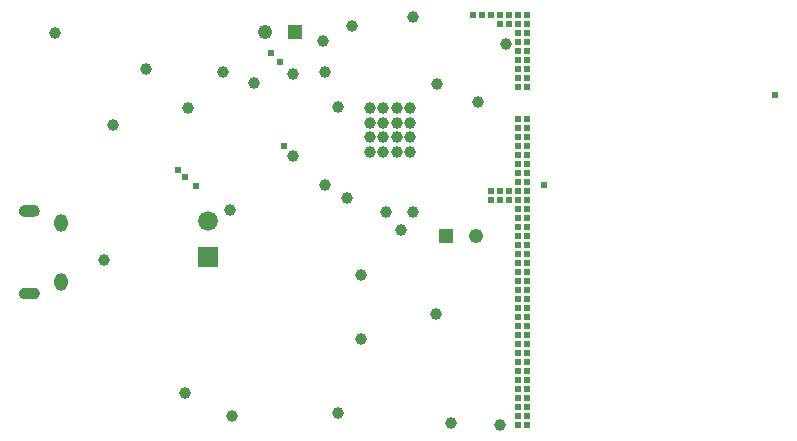
<source format=gbr>
G04*
G04 #@! TF.GenerationSoftware,Altium Limited,Altium Designer,24.8.2 (39)*
G04*
G04 Layer_Color=16711935*
%FSLAX44Y44*%
%MOMM*%
G71*
G04*
G04 #@! TF.SameCoordinates,090D7C54-D181-4F83-8BE1-2E2D76EF1379*
G04*
G04*
G04 #@! TF.FilePolarity,Negative*
G04*
G01*
G75*
%ADD76C,1.6724*%
%ADD77R,1.6724X1.6724*%
%ADD78O,1.1532X1.5032*%
%ADD79R,1.2132X1.2132*%
%ADD80C,1.2132*%
%ADD81C,0.6032*%
%ADD82C,1.0032*%
G36*
X18900Y137300D02*
X18880Y137050D01*
X18850Y136800D01*
X18800Y136550D01*
X18740Y136300D01*
X18670Y136050D01*
X18590Y135810D01*
X18490Y135580D01*
X18380Y135350D01*
X18260Y135120D01*
X18120Y134900D01*
X17980Y134690D01*
X17820Y134490D01*
X17660Y134300D01*
X17480Y134110D01*
X17300Y133940D01*
X17100Y133770D01*
X16900Y133620D01*
X16690Y133470D01*
X16470Y133340D01*
X16250Y133220D01*
X16020Y133110D01*
X15780Y133010D01*
X15540Y132920D01*
X15300Y132850D01*
X15050Y132790D01*
X14800Y132750D01*
X14540Y132710D01*
X14290Y132690D01*
X14040D01*
X14035Y132685D01*
X6280Y132690D01*
X6030D01*
X5780Y132710D01*
X5520Y132750D01*
X5270Y132790D01*
X5020Y132850D01*
X4780Y132920D01*
X4540Y133010D01*
X4300Y133110D01*
X4070Y133220D01*
X3850Y133340D01*
X3630Y133470D01*
X3420Y133620D01*
X3220Y133770D01*
X3020Y133940D01*
X2840Y134110D01*
X2660Y134300D01*
X2500Y134490D01*
X2340Y134690D01*
X2200Y134900D01*
X2060Y135120D01*
X1940Y135350D01*
X1830Y135580D01*
X1730Y135810D01*
X1650Y136050D01*
X1580Y136300D01*
X1520Y136550D01*
X1470Y136800D01*
X1440Y137050D01*
X1420Y137300D01*
X1410Y137560D01*
X1420Y137820D01*
X1440Y138070D01*
X1470Y138320D01*
X1520Y138570D01*
X1580Y138820D01*
X1650Y139070D01*
X1730Y139310D01*
X1830Y139540D01*
X1940Y139770D01*
X2060Y140000D01*
X2200Y140220D01*
X2340Y140430D01*
X2500Y140630D01*
X2660Y140820D01*
X2840Y141010D01*
X3020Y141180D01*
X3220Y141350D01*
X3420Y141500D01*
X3630Y141650D01*
X3850Y141780D01*
X4070Y141900D01*
X4300Y142010D01*
X4540Y142110D01*
X4780Y142200D01*
X5020Y142270D01*
X5270Y142330D01*
X5520Y142370D01*
X5780Y142410D01*
X6030Y142430D01*
X6280D01*
X14040D01*
X14290D01*
X14540Y142410D01*
X14800Y142370D01*
X15050Y142330D01*
X15300Y142270D01*
X15540Y142200D01*
X15780Y142110D01*
X16020Y142010D01*
X16250Y141900D01*
X16470Y141780D01*
X16690Y141650D01*
X16900Y141500D01*
X17100Y141350D01*
X17300Y141180D01*
X17480Y141010D01*
X17660Y140820D01*
X17820Y140630D01*
X17980Y140430D01*
X18120Y140220D01*
X18260Y140000D01*
X18380Y139770D01*
X18490Y139540D01*
X18590Y139310D01*
X18670Y139070D01*
X18740Y138820D01*
X18800Y138570D01*
X18850Y138320D01*
X18880Y138070D01*
X18900Y137820D01*
X18910Y137560D01*
X18900Y137300D01*
D02*
G37*
G36*
Y207300D02*
X18880Y207050D01*
X18850Y206800D01*
X18800Y206550D01*
X18740Y206300D01*
X18670Y206050D01*
X18590Y205810D01*
X18490Y205580D01*
X18380Y205350D01*
X18260Y205120D01*
X18120Y204900D01*
X17980Y204690D01*
X17820Y204490D01*
X17660Y204300D01*
X17480Y204110D01*
X17300Y203940D01*
X17100Y203770D01*
X16900Y203620D01*
X16690Y203470D01*
X16470Y203340D01*
X16250Y203220D01*
X16020Y203110D01*
X15780Y203010D01*
X15540Y202920D01*
X15300Y202850D01*
X15050Y202790D01*
X14800Y202750D01*
X14540Y202710D01*
X14290Y202690D01*
X14040D01*
X14035Y202685D01*
X6280Y202690D01*
X6030D01*
X5780Y202710D01*
X5520Y202750D01*
X5270Y202790D01*
X5020Y202850D01*
X4780Y202920D01*
X4540Y203010D01*
X4300Y203110D01*
X4070Y203220D01*
X3850Y203340D01*
X3630Y203470D01*
X3420Y203620D01*
X3220Y203770D01*
X3020Y203940D01*
X2840Y204110D01*
X2660Y204300D01*
X2500Y204490D01*
X2340Y204690D01*
X2200Y204900D01*
X2060Y205120D01*
X1940Y205350D01*
X1830Y205580D01*
X1730Y205810D01*
X1650Y206050D01*
X1580Y206300D01*
X1520Y206550D01*
X1470Y206800D01*
X1440Y207050D01*
X1420Y207300D01*
X1410Y207560D01*
X1420Y207820D01*
X1440Y208070D01*
X1470Y208320D01*
X1520Y208570D01*
X1580Y208820D01*
X1650Y209070D01*
X1730Y209310D01*
X1830Y209540D01*
X1940Y209770D01*
X2060Y210000D01*
X2200Y210220D01*
X2340Y210430D01*
X2500Y210630D01*
X2660Y210820D01*
X2840Y211010D01*
X3020Y211180D01*
X3220Y211350D01*
X3420Y211500D01*
X3630Y211650D01*
X3850Y211780D01*
X4070Y211900D01*
X4300Y212010D01*
X4540Y212110D01*
X4780Y212200D01*
X5020Y212270D01*
X5270Y212330D01*
X5520Y212370D01*
X5780Y212410D01*
X6030Y212430D01*
X6280D01*
X14040D01*
X14290D01*
X14540Y212410D01*
X14800Y212370D01*
X15050Y212330D01*
X15300Y212270D01*
X15540Y212200D01*
X15780Y212110D01*
X16020Y212010D01*
X16250Y211900D01*
X16470Y211780D01*
X16690Y211650D01*
X16900Y211500D01*
X17100Y211350D01*
X17300Y211180D01*
X17480Y211010D01*
X17660Y210820D01*
X17820Y210630D01*
X17980Y210430D01*
X18120Y210220D01*
X18260Y210000D01*
X18380Y209770D01*
X18490Y209540D01*
X18590Y209310D01*
X18670Y209070D01*
X18740Y208820D01*
X18800Y208570D01*
X18850Y208320D01*
X18880Y208070D01*
X18900Y207820D01*
X18910Y207560D01*
X18900Y207300D01*
D02*
G37*
D76*
X161290Y198910D02*
D03*
D77*
Y168910D02*
D03*
D78*
X37160Y147560D02*
D03*
Y197560D02*
D03*
D79*
X363220Y186690D02*
D03*
X234950Y359410D02*
D03*
D80*
X388620Y186690D02*
D03*
X209550Y359410D02*
D03*
D81*
X151130Y228600D02*
D03*
X222250Y334010D02*
D03*
X214630Y341630D02*
D03*
X142240Y236220D02*
D03*
X135890Y242570D02*
D03*
X226060Y262890D02*
D03*
X641350Y306070D02*
D03*
X424180Y26670D02*
D03*
X431800D02*
D03*
X424180Y34290D02*
D03*
X431800D02*
D03*
X424180Y41910D02*
D03*
X431800D02*
D03*
X424180Y49530D02*
D03*
X431800D02*
D03*
X424180Y57150D02*
D03*
X431800D02*
D03*
X424180Y64770D02*
D03*
X431800D02*
D03*
X424180Y72390D02*
D03*
X431800D02*
D03*
X424180Y80010D02*
D03*
X431800D02*
D03*
X424180Y87630D02*
D03*
X431800D02*
D03*
X424180Y95250D02*
D03*
X431800D02*
D03*
X424180Y102870D02*
D03*
X431800D02*
D03*
X424180Y110490D02*
D03*
X431800D02*
D03*
X424180Y118110D02*
D03*
X431800D02*
D03*
X424180Y125730D02*
D03*
X431800D02*
D03*
X424180Y133350D02*
D03*
X431800D02*
D03*
X424180Y140970D02*
D03*
X431800D02*
D03*
X424180Y148590D02*
D03*
X431800D02*
D03*
X424180Y156210D02*
D03*
X431800D02*
D03*
X424180Y163830D02*
D03*
X431800D02*
D03*
X424180Y171450D02*
D03*
X431800D02*
D03*
X424180Y179070D02*
D03*
X431800D02*
D03*
X424180Y186690D02*
D03*
X431800D02*
D03*
X424180Y194310D02*
D03*
X431800D02*
D03*
X424180Y201930D02*
D03*
X431800D02*
D03*
X445770Y229870D02*
D03*
D03*
X431800Y209550D02*
D03*
X424180D02*
D03*
X416560Y217170D02*
D03*
X408940D02*
D03*
X401320D02*
D03*
Y224790D02*
D03*
X408940D02*
D03*
X416560D02*
D03*
X424180Y217170D02*
D03*
Y224790D02*
D03*
Y232410D02*
D03*
Y240030D02*
D03*
Y247650D02*
D03*
Y255270D02*
D03*
Y262890D02*
D03*
Y270510D02*
D03*
Y278130D02*
D03*
Y358140D02*
D03*
Y350520D02*
D03*
Y342900D02*
D03*
Y335280D02*
D03*
Y327660D02*
D03*
Y320040D02*
D03*
X386080Y373380D02*
D03*
X393700D02*
D03*
X401320D02*
D03*
X408940Y365760D02*
D03*
X416560D02*
D03*
X408940Y373380D02*
D03*
X416560D02*
D03*
X424180Y365760D02*
D03*
Y373380D02*
D03*
X431800D02*
D03*
Y365760D02*
D03*
Y358140D02*
D03*
Y350520D02*
D03*
Y217170D02*
D03*
Y224790D02*
D03*
Y232410D02*
D03*
Y240030D02*
D03*
Y247650D02*
D03*
X424180Y285750D02*
D03*
Y312420D02*
D03*
X431800Y342900D02*
D03*
Y335280D02*
D03*
Y327660D02*
D03*
Y320040D02*
D03*
Y312420D02*
D03*
Y255270D02*
D03*
Y262890D02*
D03*
Y270510D02*
D03*
Y278130D02*
D03*
Y285750D02*
D03*
D82*
X81280Y280670D02*
D03*
X312420Y207010D02*
D03*
X325120Y191770D02*
D03*
X332740Y270510D02*
D03*
Y257810D02*
D03*
X321310D02*
D03*
X309880D02*
D03*
X298450D02*
D03*
X332740Y294640D02*
D03*
X309880D02*
D03*
X298450D02*
D03*
X335280Y207010D02*
D03*
X355600Y314960D02*
D03*
X367030Y27940D02*
D03*
X408940Y26670D02*
D03*
X321310Y270510D02*
D03*
X309880D02*
D03*
X298450D02*
D03*
X332740Y281940D02*
D03*
X321310D02*
D03*
X309880D02*
D03*
X298450D02*
D03*
X321310Y294640D02*
D03*
X271780Y295910D02*
D03*
X233680Y323850D02*
D03*
X259080Y351790D02*
D03*
X260350Y325120D02*
D03*
X389890Y299720D02*
D03*
X260350Y229870D02*
D03*
X200660Y316230D02*
D03*
X173990Y325120D02*
D03*
X144780Y294640D02*
D03*
X109100Y327780D02*
D03*
X233680Y254000D02*
D03*
X279400Y218440D02*
D03*
X354330Y120650D02*
D03*
X31750Y358140D02*
D03*
X180340Y208280D02*
D03*
X290830Y99060D02*
D03*
X271780Y36830D02*
D03*
X290830Y153670D02*
D03*
X181610Y34290D02*
D03*
X335280Y372110D02*
D03*
X414020Y349250D02*
D03*
X283210Y364490D02*
D03*
X142240Y53340D02*
D03*
X73660Y166370D02*
D03*
M02*

</source>
